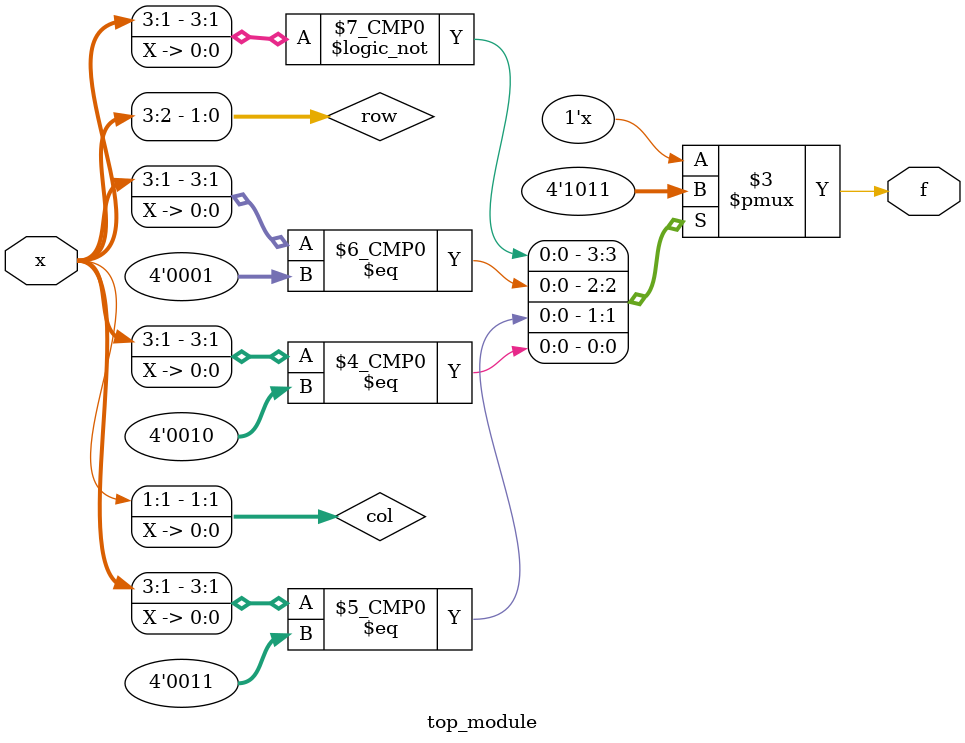
<source format=sv>
module top_module (
	input [4:1] x,
	output logic f
);
	logic [1:0] row;
	logic [1:0] col;

	assign row = x[3:2];
	assign col = x[1:0];
	
	always_comb begin
		case ({row, col})
			2'b00_00: f = 1'b1;
			2'b00_01: f = 1'b0;
			2'b00_11: f = 1'b1;
			2'b00_10: f = 1'b1;
			2'b01_00: f = 1'b0;
			2'b01_01: f = 1'b0;
			2'b01_11: f = 1'b0;
			2'b01_10: f = 1'b0;
			2'b11_00: f = 1'b1;
			2'b11_01: f = 1'b1;
			2'b11_11: f = 1'b1;
			2'b11_10: f = 1'b0;
			2'b10_00: f = 1'b1;
			2'b10_01: f = 1'b1;
			2'b10_11: f = 1'b0;
			2'b10_10: f = 1'b1;
		endcase
	end
endmodule

</source>
